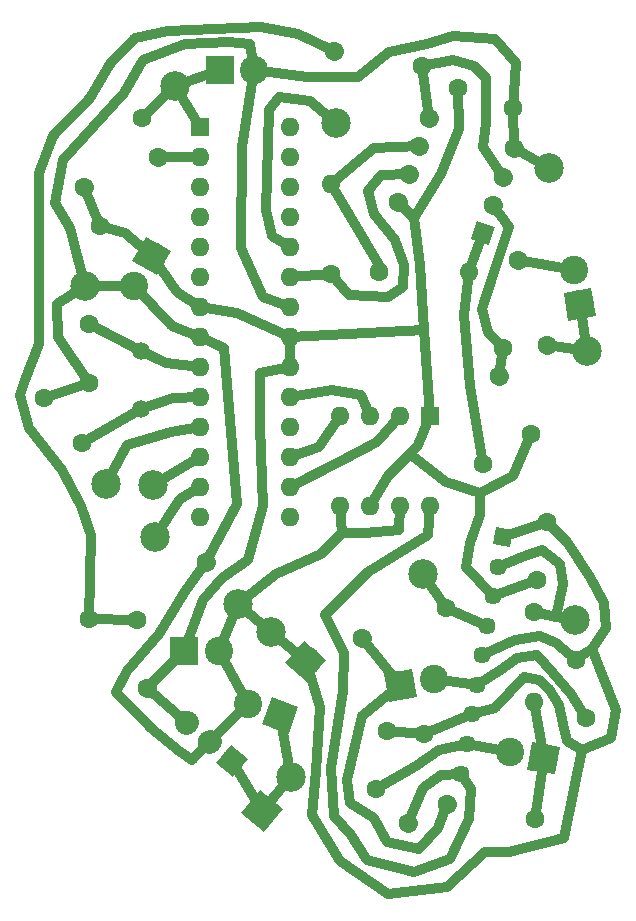
<source format=gbr>
G04 #@! TF.GenerationSoftware,KiCad,Pcbnew,(5.1.2-1)-1*
G04 #@! TF.CreationDate,2021-11-10T21:08:18-05:00*
G04 #@! TF.ProjectId,lil_duder,6c696c5f-6475-4646-9572-2e6b69636164,rev?*
G04 #@! TF.SameCoordinates,Original*
G04 #@! TF.FileFunction,Copper,L2,Bot*
G04 #@! TF.FilePolarity,Positive*
%FSLAX46Y46*%
G04 Gerber Fmt 4.6, Leading zero omitted, Abs format (unit mm)*
G04 Created by KiCad (PCBNEW (5.1.2-1)-1) date 2021-11-10 21:08:18*
%MOMM*%
%LPD*%
G04 APERTURE LIST*
%ADD10C,2.499360*%
%ADD11C,1.600000*%
%ADD12C,2.400000*%
%ADD13C,0.100000*%
%ADD14R,2.400000X2.400000*%
%ADD15C,1.600000*%
%ADD16O,1.600000X1.600000*%
%ADD17R,1.600000X1.600000*%
%ADD18C,1.450000*%
%ADD19C,1.905000*%
%ADD20C,1.905000*%
%ADD21C,1.500000*%
%ADD22C,0.812800*%
G04 APERTURE END LIST*
D10*
X40640000Y-22860000D03*
D11*
X55680368Y-21561669D03*
X50981905Y-19851568D03*
D12*
X60808551Y-35338750D03*
X61315778Y-38215373D03*
D13*
G36*
X62705925Y-39188764D02*
G01*
X60342387Y-39605520D01*
X59925631Y-37241982D01*
X62289169Y-36825226D01*
X62705925Y-39188764D01*
X62705925Y-39188764D01*
G37*
D11*
X44084793Y-79238857D03*
X44953034Y-74314818D03*
X61850400Y-73254600D03*
X60982159Y-68330561D03*
X58534787Y-56604202D03*
X57666546Y-61528241D03*
D12*
X58232732Y-76618615D03*
D13*
G36*
X59622879Y-75645224D02*
G01*
X59206123Y-78008762D01*
X56842585Y-77592006D01*
X57259341Y-75228468D01*
X59622879Y-75645224D01*
X59622879Y-75645224D01*
G37*
D12*
X55356108Y-76111389D03*
X46092988Y-70448361D03*
D13*
G36*
X45119597Y-71838508D02*
G01*
X44702841Y-69474970D01*
X47066379Y-69058214D01*
X47483135Y-71421752D01*
X45119597Y-71838508D01*
X45119597Y-71838508D01*
G37*
D12*
X48969611Y-69941134D03*
X33184782Y-72033997D03*
X35929625Y-73033038D03*
D13*
G36*
X37467680Y-72315831D02*
G01*
X36646832Y-74571093D01*
X34391570Y-73750245D01*
X35212418Y-71494983D01*
X37467680Y-72315831D01*
X37467680Y-72315831D01*
G37*
D14*
X27821373Y-67553827D03*
D12*
X30742373Y-67553827D03*
D11*
X19750000Y-39900000D03*
X19750000Y-44900000D03*
X15900000Y-46100000D03*
X19113938Y-49930222D03*
D14*
X30822000Y-18387200D03*
D12*
X33743000Y-18387200D03*
X23582405Y-36646267D03*
X25042905Y-34116607D03*
D13*
G36*
X24603675Y-32477377D02*
G01*
X26682135Y-33677377D01*
X25482135Y-35755837D01*
X23403675Y-34555837D01*
X24603675Y-32477377D01*
X24603675Y-32477377D01*
G37*
D10*
X61941539Y-42185581D03*
X58724800Y-26670000D03*
X21150000Y-53400000D03*
X25200000Y-53500000D03*
X60873361Y-64936885D03*
X48061939Y-61002429D03*
X25323800Y-57886600D03*
X36819344Y-78197529D03*
X34370323Y-81116158D03*
D13*
G36*
X34524355Y-82876747D02*
G01*
X32609734Y-81270190D01*
X34216291Y-79355569D01*
X36130912Y-80962126D01*
X34524355Y-82876747D01*
X34524355Y-82876747D01*
G37*
D10*
X32374821Y-63581036D03*
X38088019Y-68440246D03*
D13*
G36*
X39848608Y-68286214D02*
G01*
X38242051Y-70200835D01*
X36327430Y-68594278D01*
X37933987Y-66679657D01*
X39848608Y-68286214D01*
X39848608Y-68286214D01*
G37*
D10*
X35169390Y-65991225D03*
X27050000Y-19700000D03*
X19400000Y-36650000D03*
D11*
X58530057Y-41665280D03*
D15*
X58530057Y-41665280D02*
X58530057Y-41665280D01*
D11*
X57206858Y-49169515D03*
X54775753Y-41937489D03*
X56098952Y-34433254D03*
D15*
X56098952Y-34433254D02*
X56098952Y-34433254D01*
D11*
X47962279Y-18060800D03*
X40458044Y-16737601D03*
D15*
X40458044Y-16737601D02*
X40458044Y-16737601D01*
D11*
X54420391Y-44240771D03*
D15*
X54420391Y-44240771D02*
X54420391Y-44240771D01*
D11*
X53097192Y-51745006D03*
X48098592Y-74615610D03*
X46775393Y-82119845D03*
D15*
X46775393Y-82119845D02*
X46775393Y-82119845D01*
D11*
X57541929Y-81814800D03*
X50037694Y-80491601D03*
D15*
X50037694Y-80491601D02*
X50037694Y-80491601D01*
D16*
X57385976Y-71891192D03*
D11*
X57385976Y-64271192D03*
X49991355Y-63881204D03*
X42830897Y-66487397D03*
D15*
X42830897Y-66487397D02*
X42830897Y-66487397D01*
D11*
X19778102Y-64825069D03*
X24676144Y-70662328D03*
D15*
X24676144Y-70662328D02*
X24676144Y-70662328D01*
D11*
X29635372Y-60036694D03*
D15*
X29635372Y-60036694D02*
X29635372Y-60036694D01*
D11*
X23798113Y-64934736D03*
X25598042Y-25712741D03*
D15*
X25598042Y-25712741D02*
X25598042Y-25712741D01*
D11*
X20700000Y-31550000D03*
X19301958Y-28287259D03*
D15*
X19301958Y-28287259D02*
X19301958Y-28287259D01*
D11*
X24200000Y-22450000D03*
X44300000Y-35500000D03*
D16*
X51920000Y-35500000D03*
X40200000Y-27980000D03*
D11*
X40200000Y-35600000D03*
D17*
X29150000Y-23200000D03*
D16*
X36770000Y-56220000D03*
X29150000Y-25740000D03*
X36770000Y-53680000D03*
X29150000Y-28280000D03*
X36770000Y-51140000D03*
X29150000Y-30820000D03*
X36770000Y-48600000D03*
X29150000Y-33360000D03*
X36770000Y-46060000D03*
X29150000Y-35900000D03*
X36770000Y-43520000D03*
X29150000Y-38440000D03*
X36770000Y-40980000D03*
X29150000Y-40980000D03*
X36770000Y-38440000D03*
X29150000Y-43520000D03*
X36770000Y-35900000D03*
X29150000Y-46060000D03*
X36770000Y-33360000D03*
X29150000Y-48600000D03*
X36770000Y-30820000D03*
X29150000Y-51140000D03*
X36770000Y-28280000D03*
X29150000Y-53680000D03*
X36770000Y-25740000D03*
X29150000Y-56220000D03*
X36770000Y-23200000D03*
D11*
X45936624Y-29561565D03*
D15*
X45936624Y-29561565D02*
X45936624Y-29561565D01*
D11*
X55703275Y-25007300D03*
D15*
X55703275Y-25007300D02*
X55703275Y-25007300D01*
D11*
X46805355Y-27174745D03*
D15*
X46805355Y-27174745D02*
X46805355Y-27174745D01*
D11*
X54834544Y-27394119D03*
D15*
X54834544Y-27394119D02*
X54834544Y-27394119D01*
D11*
X47674087Y-24787926D03*
D15*
X47674087Y-24787926D02*
X47674087Y-24787926D01*
D11*
X53965813Y-29780939D03*
D15*
X53965813Y-29780939D02*
X53965813Y-29780939D01*
D11*
X48542818Y-22401107D03*
D15*
X48542818Y-22401107D02*
X48542818Y-22401107D01*
D11*
X53097082Y-32167758D03*
D13*
G36*
X54122452Y-31689620D02*
G01*
X53575220Y-33193128D01*
X52071712Y-32645896D01*
X52618944Y-31142388D01*
X54122452Y-31689620D01*
X54122452Y-31689620D01*
G37*
D17*
X48600000Y-47650000D03*
D16*
X40980000Y-55270000D03*
X46060000Y-47650000D03*
X43520000Y-55270000D03*
X43520000Y-47650000D03*
X46060000Y-55270000D03*
X40980000Y-47650000D03*
X48600000Y-55270000D03*
D18*
X54798587Y-57925492D03*
D13*
G36*
X53958706Y-58513583D02*
G01*
X54210496Y-57085611D01*
X55638468Y-57337401D01*
X55386678Y-58765373D01*
X53958706Y-58513583D01*
X53958706Y-58513583D01*
G37*
D18*
X54357521Y-60426904D03*
X53916454Y-62928315D03*
X53475388Y-65429727D03*
X53034322Y-67931139D03*
X52593255Y-70432550D03*
X52152189Y-72933962D03*
X51711122Y-75435374D03*
X51270056Y-77936786D03*
D19*
X31868813Y-76863223D03*
D13*
G36*
X33241258Y-76709434D02*
G01*
X31955683Y-78241523D01*
X30496368Y-77017012D01*
X31781943Y-75484923D01*
X33241258Y-76709434D01*
X33241258Y-76709434D01*
G37*
D19*
X29923060Y-75230542D03*
D20*
X29892528Y-75266929D02*
X29953592Y-75194155D01*
D19*
X27977307Y-73597862D03*
D20*
X27946775Y-73634249D02*
X28007839Y-73561475D01*
D21*
X24150000Y-42200000D03*
X24150000Y-47080000D03*
D22*
X56098952Y-34433254D02*
X60808551Y-35338750D01*
X61315778Y-38215373D02*
X61941539Y-42185581D01*
X61941539Y-42185581D02*
X58530056Y-41665280D01*
X51711123Y-75435374D02*
X55356111Y-76111388D01*
X49412350Y-75946565D02*
X51711123Y-75435374D01*
X44084793Y-79238857D02*
X47445284Y-77336045D01*
X47445284Y-77336045D02*
X49412350Y-75946565D01*
X29150000Y-40980000D02*
X26800000Y-40050000D01*
X26800000Y-40050000D02*
X23582405Y-36646267D01*
X23582405Y-36646267D02*
X19400000Y-36650000D01*
X19400000Y-36650000D02*
X17050000Y-38200000D01*
X17050000Y-38200000D02*
X17150000Y-40950000D01*
X17150000Y-40950000D02*
X19750000Y-44900000D01*
X19750000Y-44900000D02*
X15900000Y-46100000D01*
X55680368Y-21561669D02*
X55703275Y-25007300D01*
X48098592Y-74615610D02*
X52152190Y-72933961D01*
X54798587Y-57925492D02*
X58534788Y-56604203D01*
X60824288Y-68289468D02*
X62366451Y-67426514D01*
X62366451Y-67426514D02*
X63551169Y-65649173D01*
X63551169Y-65649173D02*
X63383846Y-63505112D01*
X63383846Y-63505112D02*
X62159901Y-61268606D01*
X62159901Y-61268606D02*
X60254863Y-58298195D01*
X60254863Y-58298195D02*
X58534788Y-56604203D01*
X46060000Y-55270000D02*
X45950000Y-57300000D01*
X45950000Y-57300000D02*
X43100000Y-57600000D01*
X43100000Y-57600000D02*
X41200000Y-57600000D01*
X41200000Y-57600000D02*
X40980000Y-55270000D01*
X30742372Y-67553825D02*
X33184782Y-72033997D01*
X30742372Y-67553825D02*
X32374821Y-63581036D01*
X32374821Y-63581036D02*
X35169390Y-65991225D01*
X38088019Y-68440246D02*
X35169390Y-65991225D01*
X29923060Y-75230542D02*
X33184782Y-72033997D01*
X19400000Y-36650000D02*
X18100000Y-31750000D01*
X18100000Y-31750000D02*
X16900000Y-29650000D01*
X16900000Y-29650000D02*
X17550000Y-25950000D01*
X17550000Y-25950000D02*
X22700000Y-20350000D01*
X22700000Y-20350000D02*
X24350000Y-17550000D01*
X24350000Y-17550000D02*
X27850000Y-16150000D01*
X27850000Y-16150000D02*
X31600000Y-16000000D01*
X31600000Y-16000000D02*
X33350000Y-16150000D01*
X33350000Y-16150000D02*
X33743000Y-18387200D01*
X45150000Y-16850000D02*
X48350000Y-16150000D01*
X45150000Y-16850000D02*
X42550000Y-18950000D01*
X42550000Y-18950000D02*
X38200000Y-19000000D01*
X38200000Y-19000000D02*
X33743000Y-18387200D01*
X36770000Y-38440000D02*
X34500000Y-37550000D01*
X32250000Y-55100000D02*
X31200000Y-41900000D01*
X31200000Y-41900000D02*
X29150000Y-40980000D01*
X48098592Y-74615610D02*
X44953034Y-74314820D01*
X52152189Y-72933962D02*
X54150400Y-72354600D01*
X54150400Y-72354600D02*
X56600400Y-69754600D01*
X56600400Y-69754600D02*
X57850400Y-70004600D01*
X57850400Y-70004600D02*
X58650400Y-70804600D01*
X58650400Y-70804600D02*
X59550400Y-72154600D01*
X59550400Y-72154600D02*
X59900400Y-73754600D01*
X59900400Y-73754600D02*
X60200400Y-75154600D01*
X60200400Y-75154600D02*
X61500400Y-75954600D01*
X61500400Y-75954600D02*
X63900400Y-74904600D01*
X63900400Y-74904600D02*
X64400400Y-72554600D01*
X64400400Y-72554600D02*
X62366451Y-67426514D01*
X60982159Y-68330561D02*
X59250400Y-66854600D01*
X59250400Y-66854600D02*
X57950400Y-66254600D01*
X57950400Y-66254600D02*
X55850400Y-66604600D01*
X55850400Y-66604600D02*
X53034322Y-67931139D01*
X29635373Y-60036695D02*
X27819908Y-62630905D01*
X27819908Y-62630905D02*
X25644106Y-66157359D01*
X25644106Y-66157359D02*
X22932072Y-69233863D01*
X22932072Y-69233863D02*
X22061658Y-71049043D01*
X22061658Y-71049043D02*
X25021930Y-74055168D01*
X25021930Y-74055168D02*
X27326226Y-76053973D01*
X28488943Y-76768528D02*
X29923060Y-75230542D01*
X61500400Y-75954600D02*
X59950400Y-83404600D01*
X59950400Y-83404600D02*
X55300400Y-84604600D01*
X55300400Y-84604600D02*
X53250400Y-84604600D01*
X53250400Y-84604600D02*
X50050400Y-87554600D01*
X50050400Y-87554600D02*
X45050400Y-88154600D01*
X27588774Y-76215325D02*
X28488943Y-76768528D01*
X27326226Y-76053973D02*
X27588774Y-76215325D01*
X34500000Y-37550000D02*
X32588200Y-33477200D01*
X32588200Y-33477200D02*
X32740600Y-24917400D01*
X32740600Y-24917400D02*
X33743000Y-18387200D01*
X58724800Y-26670000D02*
X55703275Y-25007300D01*
X29635372Y-60036694D02*
X32250000Y-55100000D01*
X32374821Y-63581036D02*
X35560000Y-61036200D01*
X35560000Y-61036200D02*
X39395400Y-59385200D01*
X39395400Y-59385200D02*
X41200000Y-57600000D01*
X45050400Y-88154600D02*
X40970200Y-85318600D01*
X40970200Y-85318600D02*
X38633400Y-81457800D01*
X38633400Y-81457800D02*
X38963600Y-77698600D01*
X38963600Y-77698600D02*
X39319200Y-72263000D01*
X39319200Y-72263000D02*
X38088019Y-68440246D01*
X55680368Y-21561669D02*
X55880000Y-17780000D01*
X55880000Y-17780000D02*
X54102000Y-15748000D01*
X54102000Y-15748000D02*
X50546000Y-15494000D01*
X50546000Y-15494000D02*
X48350000Y-16150000D01*
X52593256Y-70432550D02*
X48969611Y-69941135D01*
X52593255Y-70432550D02*
X54750400Y-69054600D01*
X54750400Y-69054600D02*
X55950400Y-68154600D01*
X55950400Y-68154600D02*
X57650400Y-67904600D01*
X57650400Y-67904600D02*
X59000400Y-69404600D01*
X59000400Y-69404600D02*
X60550400Y-71204600D01*
X60550400Y-71204600D02*
X61850400Y-73254600D01*
X53916454Y-62928315D02*
X57666546Y-61528241D01*
X31868813Y-76863223D02*
X34370323Y-81116158D01*
X34370323Y-81116158D02*
X36819342Y-78197528D01*
X36819342Y-78197528D02*
X35929625Y-73033039D01*
X53916454Y-62928315D02*
X51650400Y-60454600D01*
X51650400Y-60454600D02*
X52000400Y-58404600D01*
X52000400Y-58404600D02*
X52850400Y-56054600D01*
X57541929Y-81814800D02*
X58232733Y-76618615D01*
X58232733Y-76618615D02*
X57385976Y-71891193D01*
X50037695Y-80491601D02*
X49332296Y-82540772D01*
X49332296Y-82540772D02*
X47686626Y-84313277D01*
X47686626Y-84313277D02*
X45002357Y-83759020D01*
X45002357Y-83759020D02*
X43868666Y-81707863D01*
X43868666Y-81707863D02*
X41847860Y-80466354D01*
X41847860Y-80466354D02*
X41629910Y-78495314D01*
X41629910Y-78495314D02*
X42885468Y-73068660D01*
X42885468Y-73068660D02*
X46092988Y-70448362D01*
X46092988Y-70448362D02*
X42830899Y-66487400D01*
X53475388Y-65429727D02*
X49991355Y-63881204D01*
X49991355Y-63881204D02*
X48061939Y-61002429D01*
X29150000Y-38440000D02*
X32300000Y-38950000D01*
X32300000Y-38950000D02*
X36770000Y-40980000D01*
X36770000Y-40980000D02*
X36770000Y-43520000D01*
X29150000Y-38440000D02*
X27200000Y-37150000D01*
X27200000Y-37150000D02*
X25042905Y-34116607D01*
X25042905Y-34116607D02*
X22800000Y-32200000D01*
X22800000Y-32200000D02*
X20700000Y-31550000D01*
X20700000Y-31550000D02*
X19301958Y-28287259D01*
X43520000Y-55270000D02*
X45050000Y-52700000D01*
X47600000Y-50150000D02*
X48600000Y-47650000D01*
X27821372Y-67553826D02*
X24676141Y-70662329D01*
X24676141Y-70662329D02*
X27977308Y-73597861D01*
X45936624Y-29561565D02*
X47250000Y-30900000D01*
X47250000Y-30900000D02*
X47750000Y-34900000D01*
X48115625Y-40384375D02*
X48600000Y-47650000D01*
X36770000Y-40980000D02*
X48115625Y-40384375D01*
X47750000Y-34900000D02*
X48115625Y-40384375D01*
X27821372Y-67553826D02*
X29431251Y-63199738D01*
X29431251Y-63199738D02*
X31012244Y-61393370D01*
X33200000Y-59850000D02*
X34450000Y-55250000D01*
X34450000Y-55250000D02*
X34200000Y-48500000D01*
X34200000Y-48500000D02*
X34200000Y-44050000D01*
X34200000Y-44050000D02*
X36770000Y-43520000D01*
X31012244Y-61393370D02*
X33200000Y-59850000D01*
X57206858Y-49169515D02*
X55626000Y-52755800D01*
X55626000Y-52755800D02*
X52882800Y-54152800D01*
X52882800Y-54152800D02*
X50012600Y-53289200D01*
X50012600Y-53289200D02*
X46906500Y-50843500D01*
X46906500Y-50843500D02*
X47600000Y-50150000D01*
X45050000Y-52700000D02*
X46906500Y-50843500D01*
X52850400Y-56054600D02*
X52882800Y-54152800D01*
X47250000Y-30900000D02*
X49530000Y-27178000D01*
X49530000Y-27178000D02*
X51054000Y-23368000D01*
X51054000Y-23368000D02*
X50981905Y-19851568D01*
X29150000Y-43520000D02*
X26300000Y-43200000D01*
X26300000Y-43200000D02*
X24150000Y-42200000D01*
X24150000Y-42200000D02*
X19750000Y-39900000D01*
X19113938Y-49930222D02*
X24150000Y-47080000D01*
X29150000Y-46060000D02*
X26850000Y-46150000D01*
X26850000Y-46150000D02*
X24150000Y-47080000D01*
X24200000Y-22450000D02*
X27050000Y-19700000D01*
X29150000Y-23200000D02*
X27050000Y-19700000D01*
X27050000Y-19700000D02*
X30822000Y-18387200D01*
X21150000Y-53400000D02*
X23000000Y-50150000D01*
X23000000Y-50150000D02*
X26700000Y-49000000D01*
X26700000Y-49000000D02*
X29150000Y-48600000D01*
X25200000Y-53500000D02*
X29150000Y-51140000D01*
X59318036Y-64639995D02*
X59870116Y-61884555D01*
X57385976Y-64271192D02*
X59318036Y-64639995D01*
X59318036Y-64639995D02*
X60873361Y-64936885D01*
X59870116Y-61884555D02*
X59627516Y-60195282D01*
X59627516Y-60195282D02*
X58131939Y-59035214D01*
X58131939Y-59035214D02*
X56418015Y-59559583D01*
X56418015Y-59559583D02*
X54357522Y-60426903D01*
X29150000Y-53680000D02*
X27457400Y-54711600D01*
X27457400Y-54711600D02*
X25323800Y-57886600D01*
X54420391Y-44240771D02*
X54775753Y-41937489D01*
X54775753Y-41937489D02*
X53517800Y-40513000D01*
X53517800Y-40513000D02*
X53035200Y-38582600D01*
X53035200Y-38582600D02*
X54000400Y-35509200D01*
X54000400Y-35509200D02*
X55321200Y-31648400D01*
X55321200Y-31648400D02*
X53965813Y-29780939D01*
X48542818Y-22401107D02*
X47962279Y-18060800D01*
X47962279Y-18060800D02*
X50546000Y-17526000D01*
X50546000Y-17526000D02*
X52324000Y-18034000D01*
X52324000Y-18034000D02*
X53340000Y-19050000D01*
X53340000Y-19050000D02*
X53340000Y-22860000D01*
X53340000Y-22860000D02*
X53086000Y-24892000D01*
X53086000Y-24892000D02*
X54834544Y-27394119D01*
X19778102Y-64825069D02*
X23798113Y-64934736D01*
X40458044Y-16737601D02*
X37450000Y-15300000D01*
X37450000Y-15300000D02*
X34300000Y-14700000D01*
X34300000Y-14700000D02*
X26400000Y-15050000D01*
X26400000Y-15050000D02*
X23600000Y-15650000D01*
X23600000Y-15650000D02*
X21550000Y-17850000D01*
X21550000Y-17850000D02*
X19800000Y-20700000D01*
X19800000Y-20700000D02*
X16700000Y-23950000D01*
X16700000Y-23950000D02*
X15500000Y-27050000D01*
X15500000Y-27050000D02*
X15550000Y-31150000D01*
X15550000Y-31150000D02*
X15500000Y-41600000D01*
X15500000Y-41600000D02*
X14350000Y-44600000D01*
X14350000Y-44600000D02*
X13900000Y-45900000D01*
X13900000Y-45900000D02*
X14650000Y-48700000D01*
X14650000Y-48700000D02*
X17500000Y-52250000D01*
X17500000Y-52250000D02*
X19050000Y-55300000D01*
X19778102Y-64825069D02*
X19888200Y-57734200D01*
X19888200Y-57734200D02*
X19050000Y-55300000D01*
X53097082Y-32167758D02*
X51906022Y-35352454D01*
X53097192Y-51745006D02*
X51968400Y-45161200D01*
X51968400Y-45161200D02*
X51536600Y-39116000D01*
X51536600Y-39116000D02*
X51920000Y-35500000D01*
X46775392Y-82119845D02*
X48027769Y-79197016D01*
X48027769Y-79197016D02*
X49579672Y-78090626D01*
X49579672Y-78090626D02*
X51270056Y-77936785D01*
X51270056Y-77936786D02*
X52050400Y-79204600D01*
X52050400Y-79204600D02*
X51950400Y-81804600D01*
X51950400Y-81804600D02*
X50300400Y-85154600D01*
X50300400Y-85154600D02*
X47300400Y-86304600D01*
X47300400Y-86304600D02*
X43250400Y-85254600D01*
X43250400Y-85254600D02*
X41950400Y-83154600D01*
X41950400Y-83154600D02*
X40500400Y-81504600D01*
X40500400Y-81504600D02*
X40200400Y-77454600D01*
X40200400Y-77454600D02*
X41249600Y-70916800D01*
X41249600Y-70916800D02*
X41325800Y-67767200D01*
X41325800Y-67767200D02*
X39700200Y-64516000D01*
X39700200Y-64516000D02*
X43408600Y-60858400D01*
X43408600Y-60858400D02*
X47320200Y-58445400D01*
X47320200Y-58445400D02*
X48488600Y-57759600D01*
X48488600Y-57759600D02*
X48600000Y-55270000D01*
X25598042Y-25712741D02*
X29150000Y-25740000D01*
X44550000Y-35300000D02*
X40200000Y-27980000D01*
X40200000Y-27980000D02*
X43850000Y-24950000D01*
X43850000Y-24950000D02*
X47674087Y-24787926D01*
X40200000Y-35600000D02*
X36770000Y-35900000D01*
X40200000Y-35600000D02*
X41750000Y-37400000D01*
X41750000Y-37400000D02*
X45100000Y-37550000D01*
X45100000Y-37550000D02*
X46300000Y-36750000D01*
X46300000Y-36750000D02*
X46400000Y-34850000D01*
X46400000Y-34850000D02*
X45650000Y-32800000D01*
X45650000Y-32800000D02*
X43850000Y-30600000D01*
X43850000Y-30600000D02*
X43400000Y-28600000D01*
X43400000Y-28600000D02*
X44500000Y-27250000D01*
X44500000Y-27250000D02*
X46805355Y-27174745D01*
X46060000Y-47650000D02*
X44150000Y-49900000D01*
X44150000Y-49900000D02*
X40900000Y-51550000D01*
X40900000Y-51550000D02*
X36770000Y-53680000D01*
X36770000Y-51140000D02*
X39200000Y-50300000D01*
X39200000Y-50300000D02*
X40980000Y-47650000D01*
X43520000Y-47650000D02*
X42750000Y-45850000D01*
X42750000Y-45850000D02*
X40350000Y-45500000D01*
X40350000Y-45500000D02*
X36770000Y-46060000D01*
X36770000Y-33360000D02*
X35229800Y-32461200D01*
X35229800Y-32461200D02*
X34747200Y-30200600D01*
X34747200Y-30200600D02*
X34975800Y-21767800D01*
X34975800Y-21767800D02*
X35814000Y-20675600D01*
X35814000Y-20675600D02*
X38481000Y-20955000D01*
X38481000Y-20955000D02*
X40640000Y-22860000D01*
M02*

</source>
